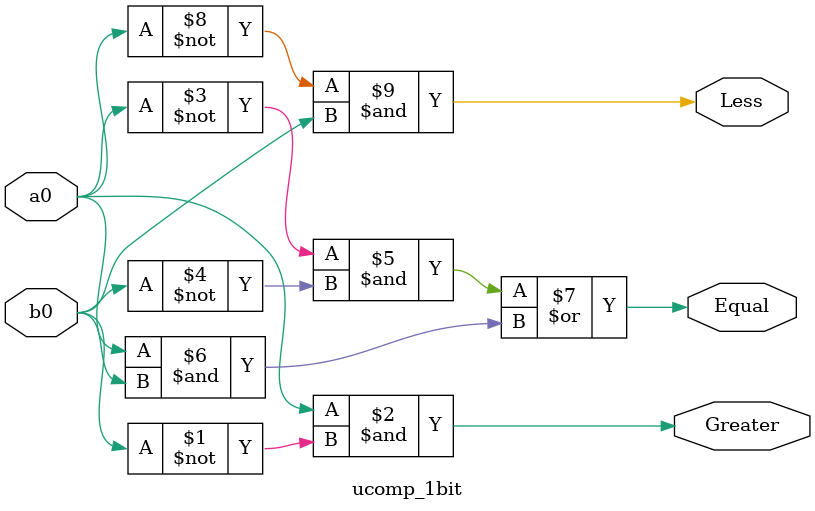
<source format=v>
`timescale 1ns / 1ps


module ucomp_1bit(  a0,
                    b0,
                    Greater,
                    Equal,
                    Less
                    );

    input a0, b0;
    output Greater, Equal, Less;
    
    assign Greater = a0 & ~b0;
    assign Equal   = (~a0 & ~b0) | (a0 & b0);
    assign Less    = ~a0 & b0;
endmodule

</source>
